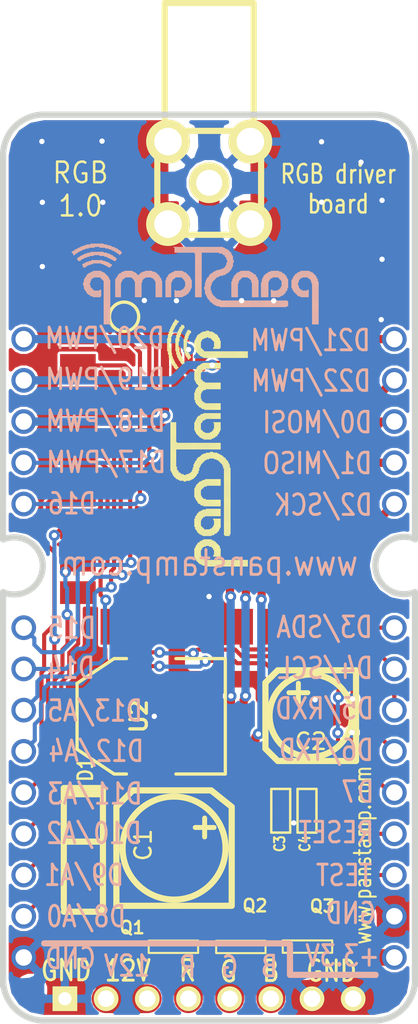
<source format=kicad_pcb>
(kicad_pcb (version 4) (host pcbnew 0.201507290901+6012~27~ubuntu14.04.1-product)
  (title_block (title "USB carrier board for panStamp, aka panStick") (date "25 Feb 2015") (rev 4.0) (company panStamp))
  (layers (0 Front signal) (1 Ground power) (2 Power power) (31 Back signal) (34 B.Paste user) (35 F.Paste user) (36 B.SilkS user) (37 F.SilkS user) (38 B.Mask user) (39 F.Mask user) (44 Edge.Cuts user))
  (net 0 "")
  (net 1 +12V)
  (net 2 /BLUE_CH)
  (net 3 /BLUE_PWR)
  (net 4 /GREEN_PWR)
  (net 5 /RED_PWR)
  (net 6 /RESET)
  (net 7 GND)
  (net 8 VCC)
  (net 9 /D0)
  (net 10 /D1)
  (net 11 /D14)
  (net 12 /D15)
  (net 13 /D16)
  (net 14 /D17)
  (net 15 /D18)
  (net 16 /D2)
  (net 17 /TEST)
  (net 18 /D12)
  (net 19 /D11)
  (net 20 /D10)
  (net 21 /D9)
  (net 22 /D8)
  (net 23 /D19)
  (net 24 /D20)
  (net 25 /D21)
  (net 26 /D5)
  (net 27 /D6)
  (net 28 /D7)
  (net 29 /TOANT)
  (net 30 "Net-(C1-Pad1)")
  (net 31 /D13)
  (net 32 /D3)
  (net 33 /D4)
  (module SM0603S (layer Front) (at 134.03 114.17 270)
    (fp_text reference C3 (at 2.032 0.0635 270) (layer F.SilkS) (effects (font (size 0.635 0.508) (thickness 0.127))))
    (fp_text value 1u hide)
    (pad 2 smd rect (at 0.7493 0 270) (size 0.7874 0.762) (layers Front F.Paste F.Mask) (net 7 GND))
    (pad 1 smd rect (at -0.7493 0 270) (size 0.7874 0.762) (layers Front F.Paste F.Mask) (net 8 VCC))
  )
  (module SM0603S (layer Front) (at 135.65 114.17 270)
    (fp_text reference C4 (at 2.032 0.127 270) (layer F.SilkS) (effects (font (size 0.635 0.508) (thickness 0.127))))
    (fp_text value 100n hide)
    (pad 2 smd rect (at 0.7493 0 270) (size 0.7874 0.762) (layers Front F.Paste F.Mask) (net 7 GND))
    (pad 1 smd rect (at -0.7493 0 270) (size 0.7874 0.762) (layers Front F.Paste F.Mask) (net 8 VCC))
  )
  (module SOT223 (layer Front) (at 126.04 108.35 90)
    (fp_text reference U2 (at 0 -0.762 90) (layer F.SilkS) (effects (font (size 1.016 1.016) (thickness 0.2032))))
    (fp_text value UA78M33 hide)
    (pad 4 smd rect (at 0 -3.302 90) (size 3.6576 2.032) (layers Front F.Paste F.Mask) (net 7 GND))
    (pad 2 smd rect (at 0 3.302 90) (size 1.016 2.032) (layers Front F.Paste F.Mask) (net 7 GND))
    (pad 3 smd rect (at 2.286 3.302 90) (size 1.016 2.032) (layers Front F.Paste F.Mask) (net 8 VCC))
    (pad 1 smd rect (at -2.286 3.302 90) (size 1.016 2.032) (layers Front F.Paste F.Mask) (net 30 "Net-(C1-Pad1)"))
  )
  (module SOT23GDS (layer Front) (at 127.41 122.55)
    (fp_text reference Q1 (at -2.54 -1.18 180) (layer F.SilkS) (effects (font (size 0.762 0.762) (thickness 0.1524))))
    (fp_text value MOS_N hide)
    (pad S smd rect (at -0.889 -1.016) (size 0.9144 0.9144) (layers Front F.Paste F.Mask) (net 7 GND))
    (pad G smd rect (at 0.889 -1.016) (size 0.9144 0.9144) (layers Front F.Paste F.Mask) (net 24 /D20))
    (pad D smd rect (at 0 1.016) (size 0.9144 0.9144) (layers Front F.Paste F.Mask) (net 5 /RED_PWR))
  )
  (module SOT23GDS (layer Front) (at 131.57 122.56)
    (fp_text reference Q2 (at 0.87 -2.54 180) (layer F.SilkS) (effects (font (size 0.762 0.762) (thickness 0.1524))))
    (fp_text value MOS_N hide)
    (pad S smd rect (at -0.889 -1.016) (size 0.9144 0.9144) (layers Front F.Paste F.Mask) (net 7 GND))
    (pad G smd rect (at 0.889 -1.016) (size 0.9144 0.9144) (layers Front F.Paste F.Mask) (net 25 /D21))
    (pad D smd rect (at 0 1.016) (size 0.9144 0.9144) (layers Front F.Paste F.Mask) (net 4 /GREEN_PWR))
  )
  (module SOT23GDS (layer Front) (at 135.68 122.54)
    (fp_text reference Q3 (at 0.91 -2.49 180) (layer F.SilkS) (effects (font (size 0.762 0.762) (thickness 0.1524))))
    (fp_text value MOS_N hide)
    (pad S smd rect (at -0.889 -1.016) (size 0.9144 0.9144) (layers Front F.Paste F.Mask) (net 7 GND))
    (pad G smd rect (at 0.889 -1.016) (size 0.9144 0.9144) (layers Front F.Paste F.Mask) (net 2 /BLUE_CH))
    (pad D smd rect (at 0 1.016) (size 0.9144 0.9144) (layers Front F.Paste F.Mask) (net 3 /BLUE_PWR))
  )
  (module SMA (layer Front) (at 121.92 116.58 90)
    (fp_text reference D1 (at 4.953 0.0635 90) (layer F.SilkS) (effects (font (size 0.889 0.762) (thickness 0.1524))))
    (fp_text value DIODESCH hide)
    (pad 1 smd rect (at -1.99898 0 90) (size 2.50952 1.70942) (layers Front F.Paste F.Mask) (net 1 +12V))
    (pad 2 smd rect (at 1.99898 0 90) (size 2.50952 1.70942) (layers Front F.Paste F.Mask) (net 30 "Net-(C1-Pad1)"))
  )
  (module SMDCPOL_5 (layer Front) (at 135.88 108.31)
    (fp_text reference C2 (at 0 1.5875) (layer F.SilkS) (effects (font (size 1.016 1.016) (thickness 0.1524))))
    (fp_text value 22u hide)
    (fp_text user + (at -0.762 -1.524) (layer F.SilkS) (effects (font (thickness 0.3048))))
    (pad 1 smd rect (at -1.778 0) (size 2.49936 1.00076) (layers Front F.Paste F.Mask) (net 8 VCC))
    (pad 2 smd rect (at 1.778 0) (size 2.49936 1.00076) (layers Front F.Paste F.Mask) (net 7 GND))
  )
  (module SMDCPOL_6.3 (layer Front) (at 127.45 116.47 270)
    (fp_text reference C1 (at -0.1905 1.905 270) (layer F.SilkS) (effects (font (size 1.016 1.016) (thickness 0.1524))))
    (fp_text value 47u hide)
    (fp_text user + (at -1.27 -1.778 270) (layer F.SilkS) (effects (font (thickness 0.3048))))
    (pad 2 smd rect (at 2.286 0 270) (size 2.79908 1.00076) (layers Front F.Paste F.Mask) (net 7 GND))
    (pad 1 smd rect (at -2.286 0 270) (size 2.79908 1.00076) (layers Front F.Paste F.Mask) (net 30 "Net-(C1-Pad1)"))
  )
  (module myconnectors:PIN_ARRAY_8X1 (layer Front) (at 129.60784 125.75002)
    (fp_text reference P3 hide)
    (fp_text value CONN_8 hide)
    (pad 1 thru_hole rect (at -8.89 0) (size 1.524 1.524) (drill 0.8128) (layers *.Cu *.Mask F.SilkS) (net 7 GND))
    (pad 2 thru_hole circle (at -6.35 0) (size 1.524 1.524) (drill 1.016) (layers *.Cu *.Mask F.SilkS) (net 1 +12V))
    (pad 3 thru_hole circle (at -3.81 0) (size 1.524 1.524) (drill 1.016) (layers *.Cu *.Mask F.SilkS) (net 1 +12V))
    (pad 4 thru_hole circle (at -1.27 0) (size 1.524 1.524) (drill 1.016) (layers *.Cu *.Mask F.SilkS) (net 5 /RED_PWR))
    (pad 5 thru_hole circle (at 1.27 0) (size 1.524 1.524) (drill 1.016) (layers *.Cu *.Mask F.SilkS) (net 4 /GREEN_PWR))
    (pad 6 thru_hole circle (at 3.81 0) (size 1.524 1.524) (drill 1.016) (layers *.Cu *.Mask F.SilkS) (net 3 /BLUE_PWR))
    (pad 7 thru_hole circle (at 6.35 0) (size 1.524 1.524) (drill 1.016) (layers *.Cu *.Mask F.SilkS) (net 7 GND))
    (pad 8 thru_hole circle (at 8.89 0) (size 1.524 1.524) (drill 1.016) (layers *.Cu *.Mask F.SilkS) (net 7 GND))
  )
  (module mysmd:PANSTAMP_2 (layer Front) (at 129.61772 91.73046)
    (fp_text reference PS1 hide)
    (fp_text value PANSTAMP_NRG2 hide)
    (pad 1 smd rect (at -8.1 -9) (size 2.2 1.4) (layers Front F.Paste F.Mask) (net 14 /D17))
    (pad 2 smd rect (at -8.1 -7) (size 2.2 1.4) (layers Front F.Paste F.Mask) (net 13 /D16))
    (pad 3 smd rect (at -8.1 -5) (size 2.2 1.4) (layers Front F.Paste F.Mask) (net 12 /D15))
    (pad 4 smd rect (at -8.1 -3) (size 2.2 1.4) (layers Front F.Paste F.Mask) (net 11 /D14))
    (pad 5 smd rect (at -8.1 -1) (size 2.2 1.4) (layers Front F.Paste F.Mask) (net 31 /D13))
    (pad 6 smd rect (at -8.1 1) (size 2.2 1.4) (layers Front F.Paste F.Mask) (net 18 /D12))
    (pad 7 smd rect (at -8.1 3) (size 2.2 1.4) (layers Front F.Paste F.Mask) (net 19 /D11))
    (pad 8 smd rect (at -8.1 5) (size 2.2 1.4) (layers Front F.Paste F.Mask) (net 20 /D10))
    (pad 9 smd rect (at -8.1 7) (size 2.2 1.4) (layers Front F.Paste F.Mask) (net 21 /D9))
    (pad 10 smd rect (at -8.1 9) (size 2.2 1.4) (layers Front F.Paste F.Mask) (net 22 /D8))
    (pad 11 smd rect (at -6 11.1 90) (size 2.2 1.4) (layers Front F.Paste F.Mask) (net 17 /TEST))
    (pad 12 smd rect (at -4 11.1 90) (size 2.2 1.4) (layers Front F.Paste F.Mask) (net 6 /RESET))
    (pad 13 smd rect (at -2 11.1 90) (size 2.2 1.4) (layers Front F.Paste F.Mask) (net 8 VCC))
    (pad 14 smd rect (at 0 11.1 90) (size 2.2 1.4) (layers Front F.Paste F.Mask) (net 7 GND))
    (pad 15 smd rect (at 2 11.1 90) (size 2.2 1.4) (layers Front F.Paste F.Mask) (net 28 /D7))
    (pad 16 smd rect (at 4 11.1 90) (size 2.2 1.4) (layers Front F.Paste F.Mask) (net 27 /D6))
    (pad 17 smd rect (at 6 11.1 90) (size 2.2 1.4) (layers Front F.Paste F.Mask) (net 26 /D5))
    (pad 18 smd rect (at 8.1 9) (size 2.2 1.4) (layers Front F.Paste F.Mask) (net 33 /D4))
    (pad 19 smd rect (at 8.1 7) (size 2.2 1.4) (layers Front F.Paste F.Mask) (net 32 /D3))
    (pad 20 smd rect (at 8.1 5) (size 2.2 1.4) (layers Front F.Paste F.Mask) (net 16 /D2))
    (pad 21 smd rect (at 8.1 3) (size 2.2 1.4) (layers Front F.Paste F.Mask) (net 10 /D1))
    (pad 22 smd rect (at 8.1 1) (size 2.2 1.4) (layers Front F.Paste F.Mask) (net 9 /D0))
    (pad 23 smd rect (at 8.1 -1) (size 2.2 1.4) (layers Front F.Paste F.Mask) (net 2 /BLUE_CH))
    (pad 24 smd rect (at 8.1 -3) (size 2.2 1.4) (layers Front F.Paste F.Mask) (net 25 /D21))
    (pad 25 smd rect (at 8.1 -5) (size 2.2 1.4) (layers Front F.Paste F.Mask) (net 24 /D20))
    (pad 26 smd rect (at 8.1 -7) (size 2.2 1.4) (layers Front F.Paste F.Mask) (net 23 /D19))
    (pad 27 smd rect (at 8.1 -9) (size 2.2 1.4) (layers Front F.Paste F.Mask) (net 15 /D18))
    (pad 28 smd rect (at 6 -11.1 90) (size 2.2 1.4) (layers Front F.Paste F.Mask) (net 7 GND))
    (pad 29 smd rect (at 4 -11.1 90) (size 2.2 1.4) (layers Front F.Paste F.Mask) (net 7 GND))
    (pad 30 smd rect (at 2 -11.1 90) (size 2.2 1.4) (layers Front F.Paste F.Mask) (net 7 GND))
    (pad 31 smd rect (at 0 -11.1 90) (size 2.2 1.4) (layers Front F.Paste F.Mask) (net 29 /TOANT))
    (pad 32 smd rect (at -2 -11.1 90) (size 2.2 1.4) (layers Front F.Paste F.Mask) (net 7 GND))
    (pad 33 smd rect (at -4 -11.1 90) (size 2.2 1.4) (layers Front F.Paste F.Mask) (net 7 GND))
    (pad 34 smd rect (at -6 -11.1 90) (size 2.2 1.4) (layers Front F.Paste F.Mask) (net 7 GND))
  )
  (module myconnectors:pin_array_1x14 (layer Front) (at 118.17772 106.90008 270)
    (fp_text reference P1 hide)
    (fp_text value CONN_01X14 hide)
    (pad 1 thru_hole circle (at -21.79 0 270) (size 1.524 1.524) (drill 1.016) (layers *.Cu *.Mask) (net 24 /D20))
    (pad 2 thru_hole circle (at -19.25 0 270) (size 1.524 1.524) (drill 1.016) (layers *.Cu *.Mask) (net 23 /D19))
    (pad 3 thru_hole circle (at -16.71 0 270) (size 1.524 1.524) (drill 1.016) (layers *.Cu *.Mask) (net 15 /D18))
    (pad 4 thru_hole circle (at -14.17 0 270) (size 1.524 1.524) (drill 1.016) (layers *.Cu *.Mask) (net 14 /D17))
    (pad 5 thru_hole circle (at -11.63 0 270) (size 1.524 1.524) (drill 1.016) (layers *.Cu *.Mask) (net 13 /D16))
    (pad 6 thru_hole circle (at -4.01 0 270) (size 1.524 1.524) (drill 1.016) (layers *.Cu *.Mask) (net 12 /D15))
    (pad 7 thru_hole circle (at -1.47 0 270) (size 1.524 1.524) (drill 1.016) (layers *.Cu *.Mask) (net 11 /D14))
    (pad 8 thru_hole circle (at 1.07 0 270) (size 1.524 1.524) (drill 1.016) (layers *.Cu *.Mask) (net 31 /D13))
    (pad 9 thru_hole circle (at 3.61 0 270) (size 1.524 1.524) (drill 1.016) (layers *.Cu *.Mask) (net 18 /D12))
    (pad 10 thru_hole circle (at 6.15 0 270) (size 1.524 1.524) (drill 1.016) (layers *.Cu *.Mask) (net 19 /D11))
    (pad 11 thru_hole circle (at 8.69 0 270) (size 1.524 1.524) (drill 1.016) (layers *.Cu *.Mask) (net 20 /D10))
    (pad 12 thru_hole circle (at 11.23 0 270) (size 1.524 1.524) (drill 1.016) (layers *.Cu *.Mask) (net 21 /D9))
    (pad 13 thru_hole circle (at 13.77 0 270) (size 1.524 1.524) (drill 1.016) (layers *.Cu *.Mask) (net 22 /D8))
    (pad 14 thru_hole circle (at 16.31 0 270) (size 1.524 1.524) (drill 1.016) (layers *.Cu *.Mask) (net 7 GND))
  )
  (module myconnectors:pin_array_1x14 (layer Front) (at 141.03772 107.40046 270)
    (fp_text reference P2 hide)
    (fp_text value CONN_01X14 hide)
    (pad 1 thru_hole circle (at -22.29038 0 270) (size 1.524 1.524) (drill 1.016) (layers *.Cu *.Mask) (net 25 /D21))
    (pad 2 thru_hole circle (at -19.75038 0 270) (size 1.524 1.524) (drill 1.016) (layers *.Cu *.Mask) (net 2 /BLUE_CH))
    (pad 3 thru_hole circle (at -17.21038 0 270) (size 1.524 1.524) (drill 1.016) (layers *.Cu *.Mask) (net 9 /D0))
    (pad 4 thru_hole circle (at -14.67038 0 270) (size 1.524 1.524) (drill 1.016) (layers *.Cu *.Mask) (net 10 /D1))
    (pad 5 thru_hole circle (at -12.13038 0 270) (size 1.524 1.524) (drill 1.016) (layers *.Cu *.Mask) (net 16 /D2))
    (pad 6 thru_hole circle (at -4.51038 0 270) (size 1.524 1.524) (drill 1.016) (layers *.Cu *.Mask) (net 32 /D3))
    (pad 7 thru_hole circle (at -1.97038 0 270) (size 1.524 1.524) (drill 1.016) (layers *.Cu *.Mask) (net 33 /D4))
    (pad 8 thru_hole circle (at 0.56962 0 270) (size 1.524 1.524) (drill 1.016) (layers *.Cu *.Mask) (net 26 /D5))
    (pad 9 thru_hole circle (at 3.10962 0 270) (size 1.524 1.524) (drill 1.016) (layers *.Cu *.Mask) (net 27 /D6))
    (pad 10 thru_hole circle (at 5.64962 0 270) (size 1.524 1.524) (drill 1.016) (layers *.Cu *.Mask) (net 28 /D7))
    (pad 11 thru_hole circle (at 8.18962 0 270) (size 1.524 1.524) (drill 1.016) (layers *.Cu *.Mask) (net 6 /RESET))
    (pad 12 thru_hole circle (at 10.72962 0 270) (size 1.524 1.524) (drill 1.016) (layers *.Cu *.Mask) (net 17 /TEST))
    (pad 13 thru_hole circle (at 13.26962 0 270) (size 1.524 1.524) (drill 1.016) (layers *.Cu *.Mask) (net 7 GND))
    (pad 14 thru_hole circle (at 15.80962 0 270) (size 1.524 1.524) (drill 1.016) (layers *.Cu *.Mask) (net 8 VCC))
  )
  (module old_mymods:PANSTAMPLOGO (layer Front) (at 126.71772 99.12046 90)
    (fp_text reference G*** hide)
    (fp_text value PANSTAMPLOGO hide)
  )
  (module old_mymods:PANSTAMPLOGO (layer Back) (at 136.36772 78.92046 180)
    (fp_text reference G*** hide)
    (fp_text value PANSTAMPLOGO hide)
  )
  (module myconnectors:SMA_RightAngle_Tyco (layer Front) (at 129.61772 75.48046)
    (fp_text reference ANT1 hide)
    (fp_text value ANTENNA hide)
    (pad 1 thru_hole circle (at 0 0) (size 2.49936 2.49936) (drill 1.6002) (layers *.Cu *.Mask F.SilkS) (net 29 /TOANT))
    (pad 2 thru_hole circle (at 2.54 -2.54) (size 2.70002 2.70002) (drill 1.69926) (layers *.Cu *.Mask F.SilkS) (net 7 GND))
    (pad 2 thru_hole circle (at -2.54 -2.54) (size 2.70002 2.70002) (drill 1.69926) (layers *.Cu *.Mask F.SilkS) (net 7 GND))
    (pad 2 thru_hole circle (at -2.54 2.54) (size 2.70002 2.70002) (drill 1.69926) (layers *.Cu *.Mask F.SilkS) (net 7 GND))
    (pad 2 thru_hole circle (at 2.54 2.54) (size 2.70002 2.70002) (drill 1.69926) (layers *.Cu *.Mask F.SilkS) (net 7 GND))
  )
  (module mymods:fiducial (layer Front) (at 118.63 125.21)
    (fp_text reference fiducial hide)
    (fp_text value VAL** hide)
    (pad 1 smd circle (at 0 0) (size 1 1) (layers Front F.Mask) (clearance 0.5))
  )
  (module mymods:fiducial (layer Front) (at 140.43 73.085)
    (fp_text reference fiducial hide)
    (fp_text value VAL** hide)
    (pad 1 smd circle (at 0 0) (size 1 1) (layers Front F.Mask) (clearance 0.5))
  )
  (gr_text GND (at 137.16 124.05) (layer F.SilkS) (effects (font (size 1.27 1.016) (thickness 0.1778))))
  (gr_text GND (at 120.8 124.01) (layer F.SilkS) (effects (font (size 1.27 1.016) (thickness 0.1778))))
  (gr_text B (at 133.42 124.05) (layer F.SilkS) (effects (font (size 1.27 1.016) (thickness 0.1778))))
  (gr_text G (at 130.8 124.09) (layer F.SilkS) (effects (font (size 1.27 1.016) (thickness 0.1778))))
  (gr_text R (at 128.28 124.03) (layer F.SilkS) (effects (font (size 1.27 1.016) (thickness 0.1778))))
  (gr_text 12V (at 124.6 124.03) (layer F.SilkS) (effects (font (size 1.27 1.016) (thickness 0.1778))))
  (gr_line (start 139.88 124.28) (end 139.88 124.29) (angle 90) (layer B.SilkS) (width 0.381))
  (gr_line (start 134.6 124.28) (end 139.88 124.28) (angle 90) (layer B.SilkS) (width 0.381))
  (gr_line (start 134.6 122.38) (end 134.6 124.28) (angle 90) (layer B.SilkS) (width 0.381))
  (gr_line (start 119.44 122.34) (end 134.57 122.34) (angle 90) (layer B.SilkS) (width 0.381))
  (gr_text GND (at 121.06 123.27) (layer B.SilkS) (effects (font (size 1.27 1.016) (thickness 0.1778)) (justify mirror)))
  (gr_text B (at 133.32 123.76) (layer B.SilkS) (effects (font (size 1.27 1.016) (thickness 0.1778)) (justify mirror)))
  (gr_text 12V (at 124.54 123.73) (layer B.SilkS) (effects (font (size 1.27 1.016) (thickness 0.1778)) (justify mirror)))
  (gr_text G (at 130.88 123.79) (layer B.SilkS) (effects (font (size 1.27 1.016) (thickness 0.1778)) (justify mirror)))
  (gr_text R (at 128.28 123.79) (layer B.SilkS) (effects (font (size 1.27 1.016) (thickness 0.1778)) (justify mirror)))
  (gr_line (start 142.30784 73.77654) (end 142.3053 73.77654) (angle 90) (layer Edge.Cuts) (width 0.381))
  (gr_line (start 142.30784 76.31654) (end 142.30784 73.77654) (angle 90) (layer Edge.Cuts) (width 0.381))
  (gr_line (start 116.90784 73.78924) (end 116.9053 73.78924) (angle 90) (layer Edge.Cuts) (width 0.381))
  (gr_line (start 116.90784 76.3267) (end 116.90784 73.78924) (angle 90) (layer Edge.Cuts) (width 0.381))
  (gr_arc (start 141.6322 99.05716) (end 142.31292 100.68784) (angle 225.5) (layer Edge.Cuts) (width 0.381))
  (gr_arc (start 117.59364 99.08256) (end 116.90784 97.46204) (angle 225) (layer Edge.Cuts) (width 0.381))
  (gr_line (start 116.90784 100.69038) (end 116.91038 100.69038) (angle 90) (layer Edge.Cuts) (width 0.381))
  (gr_line (start 116.90784 102.89256) (end 116.90784 100.69038) (angle 90) (layer Edge.Cuts) (width 0.381))
  (gr_line (start 116.90784 95.2243) (end 116.90784 97.46204) (angle 90) (layer Edge.Cuts) (width 0.381))
  (gr_line (start 142.30784 100.698) (end 142.3053 100.698) (angle 90) (layer Edge.Cuts) (width 0.381))
  (gr_line (start 142.30784 102.8189) (end 142.30784 100.698) (angle 90) (layer Edge.Cuts) (width 0.381))
  (gr_line (start 142.30784 97.4595) (end 142.30276 97.4595) (angle 90) (layer Edge.Cuts) (width 0.381))
  (gr_line (start 142.30784 95.34114) (end 142.30784 97.4595) (angle 90) (layer Edge.Cuts) (width 0.381))
  (gr_text D18/PWM (at 123.22772 90.16008) (layer B.SilkS) (effects (font (size 1.27 1.016) (thickness 0.1778)) (justify mirror)))
  (gr_line (start 116.90772 103.36008) (end 116.90772 102.87008) (angle 90) (layer Edge.Cuts) (width 0.381))
  (gr_line (start 116.90772 94.79008) (end 116.90772 95.31008) (angle 90) (layer Edge.Cuts) (width 0.381))
  (gr_line (start 142.30772 94.86008) (end 142.30772 95.33008) (angle 90) (layer Edge.Cuts) (width 0.381))
  (gr_line (start 142.30772 103.39008) (end 142.30772 102.81008) (angle 90) (layer Edge.Cuts) (width 0.381))
  (gr_line (start 142.30772 83.95008) (end 142.30772 94.84008) (angle 90) (layer Edge.Cuts) (width 0.381))
  (gr_line (start 142.30772 103.80008) (end 142.30772 103.40008) (angle 90) (layer Edge.Cuts) (width 0.381))
  (gr_line (start 116.90772 83.97008) (end 116.90772 94.82008) (angle 90) (layer Edge.Cuts) (width 0.381))
  (gr_line (start 116.90772 103.85008) (end 116.90772 103.37008) (angle 90) (layer Edge.Cuts) (width 0.381))
  (gr_line (start 142.30772 124.51008) (end 142.30772 103.82008) (angle 90) (layer Edge.Cuts) (width 0.381))
  (gr_line (start 116.90772 103.88008) (end 116.90772 124.98008) (angle 90) (layer Edge.Cuts) (width 0.381))
  (gr_text "RGB\n1.0" (at 121.68 75.885) (layer F.SilkS) (effects (font (size 1.27 1.143) (thickness 0.1524))))
  (gr_text "RGB driver\nboard" (at 137.58 75.86) (layer F.SilkS) (effects (font (size 1.143 0.889) (thickness 0.1524))))
  (gr_line (start 142.30772 76.31008) (end 142.30772 76.85008) (angle 90) (layer Edge.Cuts) (width 0.381))
  (gr_line (start 116.90772 76.31008) (end 116.90772 76.80008) (angle 90) (layer Edge.Cuts) (width 0.381))
  (gr_line (start 116.90772 124.62008) (end 116.90772 124.94008) (angle 90) (layer Edge.Cuts) (width 0.381))
  (gr_line (start 142.30772 124.94008) (end 142.29772 124.94008) (angle 90) (layer Edge.Cuts) (width 0.381))
  (gr_line (start 142.30772 124.53008) (end 142.30772 124.94008) (angle 90) (layer Edge.Cuts) (width 0.381))
  (gr_text D10/A2 (at 122.50772 115.56008) (layer B.SilkS) (effects (font (size 1.27 1.016) (thickness 0.1778)) (justify mirror)))
  (gr_text D21/PWM (at 135.86772 85.19008) (layer B.SilkS) (effects (font (size 1.27 1.016) (thickness 0.1778)) (justify mirror)))
  (gr_line (start 116.90772 83.95008) (end 116.90772 76.79008) (angle 90) (layer Edge.Cuts) (width 0.381))
  (gr_line (start 142.30772 83.95008) (end 142.30772 76.81008) (angle 90) (layer Edge.Cuts) (width 0.381))
  (gr_text www.panstamp.com (at 139.09 116.9 90) (layer F.SilkS) (effects (font (size 1.016 0.762) (thickness 0.127))))
  (gr_line (start 119.43772 71.28008) (end 139.79772 71.28008) (angle 90) (layer Edge.Cuts) (width 0.381))
  (gr_arc (start 139.81772 73.76538) (end 139.81772 71.27538) (angle 90) (layer Edge.Cuts) (width 0.381))
  (gr_arc (start 119.40772 73.77538) (end 116.90772 73.77538) (angle 90) (layer Edge.Cuts) (width 0.381))
  (gr_line (start 139.80772 127.09008) (end 119.39772 127.09008) (angle 90) (layer Edge.Cuts) (width 0.381))
  (gr_arc (start 139.81026 124.5929) (end 142.31026 124.5929) (angle 90) (layer Edge.Cuts) (width 0.381))
  (gr_arc (start 119.40772 124.5929) (end 119.40772 127.0929) (angle 90) (layer Edge.Cuts) (width 0.381))
  (gr_text D2/SCK (at 136.64772 95.33008) (layer B.SilkS) (effects (font (size 1.27 1.016) (thickness 0.1778)) (justify mirror)))
  (gr_text GND (at 138.34772 120.49008) (layer B.SilkS) (effects (font (size 1.27 1.016) (thickness 0.1778)) (justify mirror)))
  (gr_text D7 (at 138.77772 113.01008) (layer B.SilkS) (effects (font (size 1.27 1.016) (thickness 0.1778)) (justify mirror)))
  (gr_text D6/TXD (at 136.83772 110.44008) (layer B.SilkS) (effects (font (size 1.27 1.016) (thickness 0.1778)) (justify mirror)))
  (gr_text RESET (at 137.45772 115.51008) (layer B.SilkS) (effects (font (size 1.27 1.016) (thickness 0.1778)) (justify mirror)))
  (gr_text D5/RXD (at 136.72772 107.88008) (layer B.SilkS) (effects (font (size 1.27 1.016) (thickness 0.1778)) (justify mirror)))
  (gr_text D22/PWM (at 135.89772 87.69008) (layer B.SilkS) (effects (font (size 1.27 1.016) (thickness 0.1778)) (justify mirror)))
  (gr_text D3/SDA (at 136.72772 102.86008) (layer B.SilkS) (effects (font (size 1.27 1.016) (thickness 0.1778)) (justify mirror)))
  (gr_text D4/SCL (at 136.77772 105.39008) (layer B.SilkS) (effects (font (size 1.27 1.016) (thickness 0.1778)) (justify mirror)))
  (gr_text D1/MISO (at 136.28772 92.77008) (layer B.SilkS) (effects (font (size 1.27 1.016) (thickness 0.1778)) (justify mirror)))
  (gr_text D0/MOSI (at 136.28772 90.25008) (layer B.SilkS) (effects (font (size 1.27 1.016) (thickness 0.1778)) (justify mirror)))
  (gr_text D16 (at 121.14772 95.25008) (layer B.SilkS) (effects (font (size 1.27 1.016) (thickness 0.1778)) (justify mirror)))
  (gr_text D15 (at 121.14772 102.92008) (layer B.SilkS) (effects (font (size 1.27 1.016) (thickness 0.1778)) (justify mirror)))
  (gr_text D12/A4 (at 122.64772 110.50008) (layer B.SilkS) (effects (font (size 1.27 1.016) (thickness 0.1778)) (justify mirror)))
  (gr_text D13/A5 (at 122.56772 108.02008) (layer B.SilkS) (effects (font (size 1.27 1.016) (thickness 0.1778)) (justify mirror)))
  (gr_text D19/PWM (at 123.20772 87.58008) (layer B.SilkS) (effects (font (size 1.27 1.016) (thickness 0.1778)) (justify mirror)))
  (gr_text D14 (at 121.07772 105.38008) (layer B.SilkS) (effects (font (size 1.27 1.016) (thickness 0.1778)) (justify mirror)))
  (gr_text D17/PWM (at 123.26772 92.70008) (layer B.SilkS) (effects (font (size 1.27 1.016) (thickness 0.1778)) (justify mirror)))
  (gr_text D11/A3 (at 122.55772 113.13008) (layer B.SilkS) (effects (font (size 1.27 1.016) (thickness 0.1778)) (justify mirror)))
  (gr_text D8/A0 (at 122.02772 120.69008) (layer B.SilkS) (effects (font (size 1.27 1.016) (thickness 0.1778)) (justify mirror)))
  (gr_text D9/A1 (at 121.89772 118.14008) (layer B.SilkS) (effects (font (size 1.27 1.016) (thickness 0.1778)) (justify mirror)))
  (gr_text D20/PWM (at 123.17772 85.06008) (layer B.SilkS) (effects (font (size 1.27 1.016) (thickness 0.1778)) (justify mirror)))
  (gr_text TEST (at 137.93772 118.15008) (layer B.SilkS) (effects (font (size 1.27 1.016) (thickness 0.1778)) (justify mirror)))
  (gr_text +3.3V (at 137.83772 123.11008) (layer B.SilkS) (effects (font (size 1.27 1.016) (thickness 0.1778)) (justify mirror)))
  (gr_text www.panstamp.com (at 129.63 98.91) (layer B.SilkS) (effects (font (size 1.524 1.27) (thickness 0.1778)) (justify mirror)))
  (segment (start 121.92 118.57898) (end 121.92 118.89) (width 1.27) (layer Front) (net 1))
  (segment (start 121.92 118.89) (end 123.25784 120.22784) (width 1.27) (layer Front) (net 1))
  (segment (start 123.25784 120.22784) (end 123.25784 125.75002) (width 1.27) (layer Front) (net 1))
  (segment (start 125.79784 125.75002) (end 123.25784 125.75002) (width 1.778) (layer Front) (net 1))
  (segment (start 132.47 109.99) (end 132.47 109.62) (width 0.508) (layer Front) (net 2))
  (segment (start 132.84 109.25) (end 132.84 107.21) (width 0.508) (layer Back) (net 2))
  (segment (start 132.65 109.44) (end 132.84 109.25) (width 0.508) (layer Back) (net 2))
  (via (at 132.65 109.44) (size 0.6858) (drill 0.3302) (layers Front Back) (net 2))
  (segment (start 132.47 109.62) (end 132.65 109.44) (width 0.508) (layer Front) (net 2))
  (segment (start 136.569 121.524) (end 136.569 120.779) (width 0.508) (layer Front) (net 2))
  (segment (start 133.33954 90.73046) (end 137.71772 90.73046) (width 0.508) (layer Front) (net 2))
  (segment (start 132.84 107.21) (end 132.83 107.2) (width 0.508) (layer Back) (net 2))
  (segment (start 132.83 107.2) (end 132.83 101.16) (width 0.508) (layer Back) (net 2))
  (via (at 132.83 101.16) (size 0.6858) (drill 0.3302) (layers Front Back) (net 2))
  (segment (start 132.83 101.16) (end 132.85 101.14) (width 0.508) (layer Front) (net 2))
  (segment (start 132.85 101.14) (end 132.85 91.22) (width 0.508) (layer Front) (net 2))
  (segment (start 132.85 91.22) (end 133.33954 90.73046) (width 0.508) (layer Front) (net 2))
  (segment (start 132.47 119.69) (end 132.47 109.99) (width 0.508) (layer Front) (net 2))
  (segment (start 133.07 120.29) (end 132.47 119.69) (width 0.508) (layer Front) (net 2))
  (segment (start 136.08 120.29) (end 133.07 120.29) (width 0.508) (layer Front) (net 2))
  (segment (start 136.569 120.779) (end 136.08 120.29) (width 0.508) (layer Front) (net 2))
  (segment (start 137.71772 90.73046) (end 138.66606 90.73046) (width 0.508) (layer Front) (net 2))
  (segment (start 138.66606 90.73046) (end 139.29286 90.10366) (width 0.508) (layer Front) (net 2))
  (segment (start 139.29286 90.10366) (end 139.29286 89.3569) (width 0.508) (layer Front) (net 2))
  (segment (start 139.29286 89.3569) (end 140.99968 87.65008) (width 0.508) (layer Front) (net 2))
  (segment (start 140.99968 87.65008) (end 141.03772 87.65008) (width 0.508) (layer Front) (net 2))
  (segment (start 140.93772 87.85008) (end 141.03772 87.85008) (width 0.381) (layer Front) (net 2))
  (segment (start 140.91772 87.65008) (end 141.03772 87.65008) (width 0.508) (layer Front) (net 2))
  (segment (start 134.634 123.556) (end 135.68 123.556) (width 1.778) (layer Front) (net 3))
  (segment (start 133.41784 124.77216) (end 134.634 123.556) (width 1.778) (layer Front) (net 3))
  (segment (start 133.41784 125.75002) (end 133.41784 124.77216) (width 1.778) (layer Front) (net 3))
  (segment (start 130.87784 124.26816) (end 131.57 123.576) (width 1.778) (layer Front) (net 4))
  (segment (start 130.87784 125.75002) (end 130.87784 124.26816) (width 1.778) (layer Front) (net 4))
  (segment (start 127.41 123.566) (end 127.6 123.566) (width 1.778) (layer Front) (net 5))
  (segment (start 127.6 123.566) (end 127.61 123.556) (width 1.778) (layer Front) (net 5))
  (segment (start 127.61 123.556) (end 127.41 123.566) (width 1.778) (layer Front) (net 5))
  (segment (start 127.61 123.556) (end 127.61 123.59) (width 1.778) (layer Front) (net 5))
  (segment (start 127.61 123.59) (end 128.33784 124.31784) (width 1.778) (layer Front) (net 5))
  (segment (start 128.33784 124.31784) (end 128.33784 125.75002) (width 1.778) (layer Front) (net 5))
  (segment (start 138.39 112.05) (end 138.39 112.46) (width 0.254) (layer Front) (net 6))
  (segment (start 139.56008 115.59008) (end 141.03772 115.59008) (width 0.254) (layer Front) (net 6))
  (segment (start 139.25 115.28) (end 139.56008 115.59008) (width 0.254) (layer Front) (net 6))
  (segment (start 139.25 112.99) (end 139.25 115.28) (width 0.254) (layer Front) (net 6))
  (segment (start 138.97 112.71) (end 139.25 112.99) (width 0.254) (layer Front) (net 6))
  (segment (start 138.64 112.71) (end 138.97 112.71) (width 0.254) (layer Front) (net 6))
  (segment (start 138.39 112.46) (end 138.64 112.71) (width 0.254) (layer Front) (net 6))
  (segment (start 128.64 104.47) (end 128.67 104.47) (width 0.254) (layer Front) (net 6))
  (segment (start 131.22 104.24) (end 131.43 104.45) (width 0.254) (layer Front) (net 6))
  (segment (start 128.9 104.24) (end 131.22 104.24) (width 0.254) (layer Front) (net 6))
  (segment (start 128.67 104.47) (end 128.9 104.24) (width 0.254) (layer Front) (net 6))
  (segment (start 125.61772 102.83046) (end 125.61772 104.01772) (width 0.254) (layer Front) (net 6))
  (segment (start 138.39 109.38) (end 138.39 112.05) (width 0.254) (layer Front) (net 6))
  (segment (start 138.39 112.05) (end 138.39 112.08) (width 0.254) (layer Front) (net 6))
  (segment (start 131.43 104.45) (end 131.63 104.65) (width 0.254) (layer Front) (net 6))
  (segment (start 131.63 104.65) (end 133.28 104.65) (width 0.254) (layer Front) (net 6))
  (segment (start 133.28 104.65) (end 133.7 105.07) (width 0.254) (layer Front) (net 6))
  (segment (start 133.7 105.07) (end 137.93 105.07) (width 0.254) (layer Front) (net 6))
  (segment (start 137.93 105.07) (end 138.46 105.6) (width 0.254) (layer Front) (net 6))
  (segment (start 138.46 105.6) (end 138.46 107.28) (width 0.254) (layer Front) (net 6))
  (via (at 138.46 107.28) (size 0.6858) (drill 0.3302) (layers Front Back) (net 6))
  (segment (start 138.46 107.28) (end 138.42 107.32) (width 0.254) (layer Back) (net 6))
  (segment (start 138.42 107.32) (end 138.42 109.35) (width 0.254) (layer Back) (net 6))
  (via (at 138.42 109.35) (size 0.6858) (drill 0.3302) (layers Front Back) (net 6))
  (segment (start 138.42 109.35) (end 138.39 109.38) (width 0.254) (layer Front) (net 6))
  (via (at 128.64 104.47) (size 0.6858) (drill 0.3302) (layers Front Back) (net 6))
  (segment (start 126.62 104.47) (end 128.64 104.47) (width 0.254) (layer Back) (net 6))
  (segment (start 126.56 104.41) (end 126.62 104.47) (width 0.254) (layer Back) (net 6))
  (via (at 126.56 104.41) (size 0.6858) (drill 0.3302) (layers Front Back) (net 6))
  (segment (start 126.01 104.41) (end 126.56 104.41) (width 0.254) (layer Front) (net 6))
  (segment (start 125.61772 104.01772) (end 126.01 104.41) (width 0.254) (layer Front) (net 6))
  (segment (start 125.61772 103.69728) (end 125.61772 102.83046) (width 0.508) (layer Front) (net 6))
  (via (at 126.23 108.35) (size 0.6858) (drill 0.3302) (layers Front Back) (net 7))
  (segment (start 129.342 108.35) (end 126.23 108.35) (width 1.27) (layer Front) (net 7))
  (segment (start 126.23 108.35) (end 122.738 108.35) (width 1.27) (layer Front) (net 7))
  (segment (start 137.658 108.31) (end 137.13 108.31) (width 0.762) (layer Front) (net 7))
  (segment (start 137.13 108.31) (end 136.15 107.33) (width 0.762) (layer Front) (net 7))
  (via (at 136.15 107.33) (size 0.6858) (drill 0.3302) (layers Front Back) (net 7))
  (via (at 134.83 114.9193) (size 0.6858) (drill 0.3302) (layers Front Back) (net 7))
  (segment (start 134.83 114.9193) (end 134.83 114.93) (width 0.762) (layer Back) (net 7))
  (segment (start 134.03 114.9193) (end 134.83 114.9193) (width 0.762) (layer Front) (net 7))
  (segment (start 134.83 114.9193) (end 135.65 114.9193) (width 0.762) (layer Front) (net 7))
  (via (at 119.32772 80.64046) (size 0.6858) (layers Front Back) (net 7))
  (segment (start 119.32772 80.64046) (end 119.32772 76.68046) (width 0.508) (layer Front) (net 7))
  (segment (start 127.07772 72.94046) (end 123.03772 72.94046) (width 0.508) (layer Front) (net 7))
  (via (at 123.05772 76.68046) (size 0.6858) (layers Front Back) (net 7))
  (segment (start 119.32772 76.68046) (end 123.05772 76.68046) (width 0.508) (layer Back) (net 7))
  (via (at 119.32772 76.68046) (size 0.6858) (layers Front Back) (net 7))
  (segment (start 119.32772 72.96046) (end 119.32772 76.68046) (width 0.508) (layer Front) (net 7))
  (segment (start 119.29772 72.93046) (end 119.32772 72.96046) (width 0.508) (layer Front) (net 7))
  (via (at 119.29772 72.93046) (size 0.6858) (layers Front Back) (net 7))
  (segment (start 122.98772 72.93046) (end 119.29772 72.93046) (width 0.508) (layer Back) (net 7))
  (segment (start 123.00772 72.91046) (end 122.98772 72.93046) (width 0.508) (layer Back) (net 7))
  (via (at 123.00772 72.91046) (size 0.6858) (layers Front Back) (net 7))
  (segment (start 123.03772 72.94046) (end 123.00772 72.91046) (width 0.508) (layer Front) (net 7))
  (segment (start 140.27772 76.56046) (end 140.27772 80.19046) (width 0.508) (layer Front) (net 7))
  (via (at 140.22772 83.91046) (size 0.6858) (layers Front Back) (net 7))
  (segment (start 140.22772 80.24046) (end 140.22772 83.91046) (width 0.508) (layer Back) (net 7))
  (segment (start 140.27772 80.19046) (end 140.22772 80.24046) (width 0.508) (layer Back) (net 7))
  (via (at 140.27772 80.19046) (size 0.6858) (layers Front Back) (net 7))
  (segment (start 132.15772 72.94046) (end 136.53772 72.94046) (width 0.508) (layer Back) (net 7))
  (segment (start 136.54772 76.67046) (end 136.54772 76.71046) (width 0.508) (layer Back) (net 7))
  (via (at 136.54772 76.67046) (size 0.6858) (layers Front Back) (net 7))
  (segment (start 140.16772 76.67046) (end 136.54772 76.67046) (width 0.508) (layer Front) (net 7))
  (segment (start 140.27772 76.56046) (end 140.16772 76.67046) (width 0.508) (layer Front) (net 7))
  (via (at 140.27772 76.56046) (size 0.6858) (layers Front Back) (net 7))
  (segment (start 139.01 74.24) (end 140.27772 76.56046) (width 0.508) (layer Back) (net 7))
  (segment (start 138.98 74.21) (end 139.01 74.24) (width 0.508) (layer Back) (net 7))
  (via (at 138.98 74.21) (size 0.6858) (layers Front Back) (net 7))
  (segment (start 136.56772 72.97046) (end 138.98 74.21) (width 0.508) (layer Front) (net 7))
  (segment (start 136.54772 72.95046) (end 136.56772 72.97046) (width 0.508) (layer Front) (net 7))
  (via (at 136.54772 72.95046) (size 0.6858) (layers Front Back) (net 7))
  (segment (start 136.53772 72.94046) (end 136.54772 72.95046) (width 0.508) (layer Back) (net 7))
  (segment (start 135.61772 80.63046) (end 135.61772 81.65046) (width 0.762) (layer Front) (net 7))
  (segment (start 135.61772 81.65046) (end 134.51772 82.75046) (width 0.762) (layer Front) (net 7))
  (segment (start 134.51772 82.75046) (end 133.59772 82.75046) (width 0.762) (layer Front) (net 7))
  (segment (start 131.61772 80.63046) (end 131.61772 82.74046) (width 0.762) (layer Front) (net 7))
  (segment (start 133.61772 82.73046) (end 133.61772 80.63046) (width 0.762) (layer Front) (net 7))
  (segment (start 133.59772 82.75046) (end 133.61772 82.73046) (width 0.762) (layer Front) (net 7))
  (via (at 133.59772 82.75046) (size 0.6858) (layers Front Back) (net 7))
  (segment (start 131.62772 82.75046) (end 133.59772 82.75046) (width 0.762) (layer Back) (net 7))
  (segment (start 131.61772 82.74046) (end 131.62772 82.75046) (width 0.762) (layer Back) (net 7))
  (via (at 131.61772 82.74046) (size 0.6858) (layers Front Back) (net 7))
  (segment (start 125.61772 82.73046) (end 123.98772 82.73046) (width 0.762) (layer Front) (net 7))
  (segment (start 123.61772 82.36046) (end 123.61772 80.63046) (width 0.762) (layer Front) (net 7))
  (segment (start 123.98772 82.73046) (end 123.61772 82.36046) (width 0.762) (layer Front) (net 7))
  (segment (start 125.61772 80.63046) (end 125.61772 82.73046) (width 0.762) (layer Front) (net 7))
  (segment (start 127.61772 82.72046) (end 127.61772 80.63046) (width 0.762) (layer Front) (net 7))
  (segment (start 127.59772 82.74046) (end 127.61772 82.72046) (width 0.762) (layer Front) (net 7))
  (via (at 127.59772 82.74046) (size 0.6858) (layers Front Back) (net 7))
  (segment (start 125.62772 82.74046) (end 127.59772 82.74046) (width 0.762) (layer Back) (net 7))
  (segment (start 125.61772 82.73046) (end 125.62772 82.74046) (width 0.762) (layer Back) (net 7))
  (via (at 125.61772 82.73046) (size 0.6858) (layers Front Back) (net 7))
  (segment (start 129.8603 102.25304) (end 129.60772 102.00046) (width 0.3048) (layer Front) (net 7))
  (segment (start 129.61772 100.98046) (end 129.60772 100.97046) (width 0.762) (layer Front) (net 7))
  (via (at 129.60772 100.97046) (size 0.6858) (layers Front Back) (net 7))
  (segment (start 129.61772 102.83046) (end 129.61772 100.98046) (width 0.762) (layer Front) (net 7))
  (segment (start 135.65 113.4207) (end 136.4307 113.4207) (width 1.016) (layer Front) (net 8))
  (segment (start 138.67 119.93) (end 139.29 120.55) (width 1.016) (layer Front) (net 8))
  (segment (start 137.81 119.93) (end 138.67 119.93) (width 1.016) (layer Front) (net 8))
  (segment (start 137.18 119.3) (end 137.81 119.93) (width 1.016) (layer Front) (net 8))
  (segment (start 137.18 114.17) (end 137.18 119.3) (width 1.016) (layer Front) (net 8))
  (segment (start 136.4307 113.4207) (end 137.18 114.17) (width 1.016) (layer Front) (net 8))
  (segment (start 130.72 106.064) (end 132.524 106.064) (width 1.016) (layer Front) (net 8))
  (segment (start 132.99 107.198) (end 134.102 108.31) (width 1.016) (layer Front) (net 8))
  (segment (start 132.99 106.53) (end 132.99 107.198) (width 1.016) (layer Front) (net 8))
  (segment (start 132.524 106.064) (end 132.99 106.53) (width 1.016) (layer Front) (net 8))
  (segment (start 139.78008 123.21008) (end 141.03772 123.21008) (width 1.016) (layer Front) (net 8))
  (segment (start 139.29 122.72) (end 139.78008 123.21008) (width 1.016) (layer Front) (net 8))
  (segment (start 139.29 120.55) (end 139.29 122.72) (width 1.016) (layer Front) (net 8))
  (segment (start 129.342 106.064) (end 130.72 106.064) (width 1.016) (layer Front) (net 8))
  (segment (start 134.03 113.4207) (end 134.03 108.382) (width 1.016) (layer Front) (net 8))
  (segment (start 134.03 108.382) (end 134.102 108.31) (width 1.016) (layer Front) (net 8))
  (segment (start 134.03 113.4207) (end 135.65 113.4207) (width 1.016) (layer Front) (net 8))
  (segment (start 127.61772 102.83046) (end 127.61772 105.46772) (width 1.016) (layer Front) (net 8))
  (segment (start 128.214 106.064) (end 129.342 106.064) (width 1.016) (layer Front) (net 8))
  (segment (start 127.61772 105.46772) (end 128.214 106.064) (width 1.016) (layer Front) (net 8))
  (segment (start 137.71772 92.73046) (end 138.47962 92.73046) (width 0.508) (layer Front) (net 9))
  (segment (start 138.47962 92.73046) (end 139.29286 91.91722) (width 0.508) (layer Front) (net 9))
  (segment (start 139.29286 91.91722) (end 139.29286 91.1349) (width 0.508) (layer Front) (net 9))
  (segment (start 139.29286 91.1349) (end 140.23768 90.19008) (width 0.508) (layer Front) (net 9))
  (segment (start 140.23768 90.19008) (end 141.03772 90.19008) (width 0.508) (layer Front) (net 9))
  (segment (start 140.67772 90.39008) (end 141.03772 90.39008) (width 0.381) (layer Front) (net 9))
  (segment (start 137.71772 94.73046) (end 138.7326 94.73046) (width 0.508) (layer Front) (net 10))
  (segment (start 138.7326 94.73046) (end 139.38176 94.0813) (width 0.508) (layer Front) (net 10))
  (segment (start 139.38176 94.0813) (end 139.38176 93.08562) (width 0.508) (layer Front) (net 10))
  (segment (start 139.38176 93.08562) (end 139.7373 92.73008) (width 0.508) (layer Front) (net 10))
  (segment (start 139.7373 92.73008) (end 141.03772 92.73008) (width 0.508) (layer Front) (net 10))
  (segment (start 118.17772 105.43008) (end 120.76858 105.43008) (width 0.254) (layer Back) (net 11))
  (segment (start 120.76858 105.43008) (end 121.191318 105.007342) (width 0.254) (layer Back) (net 11))
  (segment (start 122.70772 99.75046) (end 122.61772 99.75046) (width 0.254) (layer Back) (net 11))
  (segment (start 122.61772 99.75046) (end 122.141318 100.226862) (width 0.254) (layer Back) (net 11))
  (segment (start 124.15772 97.43046) (end 124.15772 99.57046) (width 0.254) (layer Front) (net 11))
  (segment (start 121.47772 104.18046) (end 121.191318 104.466862) (width 0.254) (layer Back) (net 11))
  (segment (start 121.911318 104.18046) (end 121.47772 104.18046) (width 0.254) (layer Back) (net 11))
  (segment (start 122.141318 103.95046) (end 121.911318 104.18046) (width 0.254) (layer Back) (net 11))
  (segment (start 122.141318 100.226862) (end 122.141318 103.95046) (width 0.254) (layer Back) (net 11))
  (segment (start 124.13772 99.75046) (end 122.70772 99.75046) (width 0.254) (layer Back) (net 11))
  (segment (start 124.23772 99.65046) (end 124.13772 99.75046) (width 0.254) (layer Back) (net 11))
  (via (at 124.23772 99.65046) (size 0.6858) (layers Front Back) (net 11))
  (segment (start 124.15772 99.57046) (end 124.23772 99.65046) (width 0.254) (layer Front) (net 11))
  (segment (start 124.15772 89.18046) (end 124.15772 95.23046) (width 0.254) (layer Front) (net 11))
  (segment (start 121.191318 104.466862) (end 121.191318 105.007342) (width 0.254) (layer Back) (net 11))
  (segment (start 124.15772 95.23046) (end 124.15772 97.43046) (width 0.254) (layer Front) (net 11))
  (segment (start 123.70772 88.73046) (end 124.15772 89.18046) (width 0.254) (layer Front) (net 11))
  (segment (start 121.51772 88.73046) (end 123.70772 88.73046) (width 0.254) (layer Front) (net 11))
  (segment (start 118.83227 103.94501) (end 118.83227 103.54463) (width 0.254) (layer Back) (net 12))
  (segment (start 118.83227 103.54463) (end 118.17772 102.89008) (width 0.254) (layer Back) (net 12))
  (segment (start 118.27772 102.89008) (end 118.17772 102.89008) (width 0.254) (layer Back) (net 12))
  (segment (start 121.50772 103.39046) (end 120.49772 104.40046) (width 0.254) (layer Back) (net 12))
  (segment (start 120.49772 104.40046) (end 119.28772 104.40046) (width 0.254) (layer Back) (net 12))
  (segment (start 119.28772 104.40046) (end 118.83227 103.94501) (width 0.254) (layer Back) (net 12))
  (segment (start 121.89772 99.02046) (end 121.50772 99.41046) (width 0.254) (layer Back) (net 12))
  (segment (start 121.50772 99.41046) (end 121.50772 103.39046) (width 0.254) (layer Back) (net 12))
  (segment (start 124.74772 87.06046) (end 124.74772 94.65046) (width 0.254) (layer Front) (net 12))
  (segment (start 121.51772 86.73046) (end 124.41772 86.73046) (width 0.254) (layer Front) (net 12))
  (segment (start 124.41772 86.73046) (end 124.74772 87.06046) (width 0.254) (layer Front) (net 12))
  (segment (start 124.74772 98.82046) (end 124.79772 98.87046) (width 0.254) (layer Front) (net 12))
  (via (at 124.79772 98.87046) (size 0.6858) (layers Front Back) (net 12))
  (segment (start 124.79772 98.87046) (end 124.64772 99.02046) (width 0.254) (layer Back) (net 12))
  (segment (start 124.64772 99.02046) (end 121.89772 99.02046) (width 0.254) (layer Back) (net 12))
  (segment (start 124.74772 94.65046) (end 124.74772 98.82046) (width 0.254) (layer Front) (net 12))
  (segment (start 118.17772 95.27008) (end 125.05864 95.27008) (width 0.254) (layer Back) (net 13))
  (segment (start 125.36604 94.7798) (end 125.34772 94.7798) (width 0.254) (layer Front) (net 13))
  (segment (start 125.34772 94.79812) (end 125.36604 94.7798) (width 0.254) (layer Front) (net 13))
  (segment (start 125.34772 94.87324) (end 125.34772 94.79812) (width 0.254) (layer Front) (net 13))
  (segment (start 125.4016 94.92712) (end 125.34772 94.87324) (width 0.254) (layer Front) (net 13))
  (via (at 125.4016 94.92712) (size 0.6858) (layers Front Back) (net 13))
  (segment (start 125.05864 95.27008) (end 125.4016 94.92712) (width 0.254) (layer Back) (net 13))
  (segment (start 124.78772 85.37046) (end 125.34772 85.93046) (width 0.254) (layer Front) (net 13))
  (segment (start 125.34772 92.64046) (end 125.34772 92.66046) (width 0.254) (layer Front) (net 13))
  (segment (start 125.34772 85.93046) (end 125.34772 92.64046) (width 0.254) (layer Front) (net 13))
  (segment (start 125.34772 92.64046) (end 125.34772 94.7798) (width 0.254) (layer Front) (net 13))
  (segment (start 121.51772 84.73046) (end 122.95772 84.73046) (width 0.254) (layer Front) (net 13))
  (segment (start 122.95772 84.73046) (end 123.31772 85.09046) (width 0.254) (layer Front) (net 13))
  (segment (start 123.59772 85.37046) (end 124.78772 85.37046) (width 0.254) (layer Front) (net 13))
  (segment (start 123.31772 85.09046) (end 123.59772 85.37046) (width 0.254) (layer Front) (net 13))
  (segment (start 118.17772 92.73008) (end 125.6276 92.73008) (width 0.254) (layer Back) (net 14))
  (segment (start 125.92484 91.72418) (end 125.92772 91.72418) (width 0.254) (layer Front) (net 14))
  (segment (start 125.92772 91.72706) (end 125.92484 91.72418) (width 0.254) (layer Front) (net 14))
  (segment (start 125.92772 92.02424) (end 125.92772 91.72706) (width 0.254) (layer Front) (net 14))
  (segment (start 126.13058 92.2271) (end 125.92772 92.02424) (width 0.254) (layer Front) (net 14))
  (via (at 126.13058 92.2271) (size 0.6858) (layers Front Back) (net 14))
  (segment (start 125.6276 92.73008) (end 126.13058 92.2271) (width 0.254) (layer Back) (net 14))
  (segment (start 126.02772 90.50046) (end 125.92772 90.40046) (width 0.254) (layer Front) (net 14))
  (segment (start 125.92772 90.40046) (end 125.92772 89.94046) (width 0.254) (layer Front) (net 14))
  (segment (start 125.92772 89.81046) (end 125.92772 89.94046) (width 0.254) (layer Front) (net 14))
  (segment (start 125.92772 85.52046) (end 125.92772 89.81046) (width 0.254) (layer Front) (net 14))
  (segment (start 125.23772 84.83046) (end 125.92772 85.52046) (width 0.254) (layer Front) (net 14))
  (segment (start 124.10772 84.83046) (end 125.23772 84.83046) (width 0.254) (layer Front) (net 14))
  (segment (start 123.88772 84.61046) (end 124.10772 84.83046) (width 0.254) (layer Front) (net 14))
  (segment (start 123.88772 84.07046) (end 123.88772 84.61046) (width 0.254) (layer Front) (net 14))
  (segment (start 123.05772 83.24046) (end 123.88772 84.07046) (width 0.254) (layer Front) (net 14))
  (segment (start 125.92772 89.81046) (end 125.92772 91.72418) (width 0.254) (layer Front) (net 14))
  (segment (start 123.05772 82.98046) (end 123.05772 83.24046) (width 0.254) (layer Front) (net 14))
  (segment (start 122.80772 82.73046) (end 123.05772 82.98046) (width 0.254) (layer Front) (net 14))
  (segment (start 121.51772 82.73046) (end 122.80772 82.73046) (width 0.254) (layer Front) (net 14))
  (segment (start 118.17772 90.19008) (end 126.5181 90.19008) (width 0.508) (layer Back) (net 15))
  (segment (start 126.5181 90.19008) (end 126.88772 89.82046) (width 0.508) (layer Back) (net 15))
  (segment (start 126.89772 86.83046) (end 126.88772 86.83046) (width 0.508) (layer Front) (net 15))
  (segment (start 126.88772 86.83046) (end 126.89772 86.83046) (width 0.508) (layer Front) (net 15))
  (segment (start 126.89772 86.83046) (end 126.88772 86.83046) (width 0.508) (layer Front) (net 15))
  (segment (start 126.88772 84.71046) (end 126.88772 86.83046) (width 0.508) (layer Front) (net 15))
  (segment (start 129.36772 84.34046) (end 127.25772 84.34046) (width 0.508) (layer Front) (net 15))
  (segment (start 127.25772 84.34046) (end 126.88772 84.71046) (width 0.508) (layer Front) (net 15))
  (segment (start 129.36772 84.34046) (end 134.13772 84.34046) (width 0.508) (layer Front) (net 15))
  (segment (start 126.88772 86.83046) (end 126.88772 89.82046) (width 0.508) (layer Front) (net 15))
  (via (at 126.88772 89.82046) (size 0.6858) (layers Front Back) (net 15))
  (segment (start 134.93772 84.34046) (end 135.40772 83.87046) (width 0.508) (layer Front) (net 15))
  (segment (start 134.13772 84.34046) (end 134.57772 84.34046) (width 0.508) (layer Front) (net 15))
  (segment (start 135.90772 82.73046) (end 137.71772 82.73046) (width 0.508) (layer Front) (net 15))
  (segment (start 135.40772 83.23046) (end 135.90772 82.73046) (width 0.508) (layer Front) (net 15))
  (segment (start 135.40772 83.87046) (end 135.40772 83.23046) (width 0.508) (layer Front) (net 15))
  (segment (start 134.93772 84.34046) (end 135.40772 83.87046) (width 0.508) (layer Front) (net 15))
  (segment (start 134.57772 84.34046) (end 134.93772 84.34046) (width 0.508) (layer Front) (net 15))
  (segment (start 140.34182 95.96598) (end 141.03772 95.27008) (width 0.508) (layer Front) (net 16))
  (segment (start 139.2573 95.96598) (end 140.34182 95.96598) (width 0.508) (layer Front) (net 16))
  (segment (start 137.71772 96.73046) (end 138.49282 96.73046) (width 0.508) (layer Front) (net 16))
  (segment (start 138.49282 96.73046) (end 139.2573 95.96598) (width 0.508) (layer Front) (net 16))
  (segment (start 137.56 112.31) (end 137.56 112.68) (width 0.254) (layer Front) (net 17))
  (via (at 129.38 104.96) (size 0.6858) (drill 0.3302) (layers Front Back) (net 17))
  (segment (start 129.38 104.96) (end 129.41 104.93) (width 0.254) (layer Front) (net 17))
  (segment (start 129.41 104.93) (end 131.18 104.93) (width 0.254) (layer Front) (net 17))
  (segment (start 131.18 104.93) (end 131.33 105.08) (width 0.254) (layer Front) (net 17))
  (segment (start 131.33 105.08) (end 133.08 105.08) (width 0.254) (layer Front) (net 17))
  (segment (start 133.08 105.08) (end 133.51 105.51) (width 0.254) (layer Front) (net 17))
  (segment (start 133.51 105.51) (end 137.36 105.51) (width 0.254) (layer Front) (net 17))
  (segment (start 137.36 105.51) (end 137.59 105.74) (width 0.254) (layer Front) (net 17))
  (segment (start 137.59 105.74) (end 137.59 107.18) (width 0.254) (layer Front) (net 17))
  (via (at 137.59 107.18) (size 0.6858) (drill 0.3302) (layers Front Back) (net 17))
  (segment (start 137.59 107.18) (end 137.55 107.22) (width 0.254) (layer Back) (net 17))
  (segment (start 137.55 107.22) (end 137.55 109.37) (width 0.254) (layer Back) (net 17))
  (via (at 137.55 109.37) (size 0.6858) (drill 0.3302) (layers Front Back) (net 17))
  (segment (start 137.55 109.37) (end 137.56 109.38) (width 0.254) (layer Front) (net 17))
  (segment (start 137.56 109.38) (end 137.56 112.31) (width 0.254) (layer Front) (net 17))
  (segment (start 123.61772 102.83046) (end 123.61772 104.73772) (width 0.254) (layer Front) (net 17))
  (segment (start 129.05 105.29) (end 129.26 105.08) (width 0.254) (layer Back) (net 17))
  (segment (start 126.58 105.29) (end 129.05 105.29) (width 0.254) (layer Back) (net 17))
  (segment (start 126.55 105.26) (end 126.58 105.29) (width 0.254) (layer Back) (net 17))
  (via (at 126.55 105.26) (size 0.6858) (drill 0.3302) (layers Front Back) (net 17))
  (segment (start 124.14 105.26) (end 126.55 105.26) (width 0.254) (layer Front) (net 17))
  (segment (start 123.61772 104.73772) (end 124.14 105.26) (width 0.254) (layer Front) (net 17))
  (segment (start 129.26 105.08) (end 129.38 104.96) (width 0.254) (layer Back) (net 17))
  (segment (start 138.75008 118.13008) (end 141.03772 118.13008) (width 0.254) (layer Front) (net 17))
  (segment (start 138.45 117.83) (end 138.75008 118.13008) (width 0.254) (layer Front) (net 17))
  (segment (start 138.45 113.2) (end 138.45 117.83) (width 0.254) (layer Front) (net 17))
  (segment (start 138.19 112.94) (end 138.45 113.2) (width 0.254) (layer Front) (net 17))
  (segment (start 137.82 112.94) (end 138.19 112.94) (width 0.254) (layer Front) (net 17))
  (segment (start 137.56 112.68) (end 137.82 112.94) (width 0.254) (layer Front) (net 17))
  (segment (start 123.60772 102.00046) (end 123.60772 102.29046) (width 0.254) (layer Front) (net 17))
  (segment (start 123.60772 102.00046) (end 123.60772 102.52046) (width 0.3048) (layer Front) (net 17))
  (segment (start 141.03492 118.13008) (end 141.03772 118.13008) (width 0.508) (layer Front) (net 17))
  (segment (start 141.03772 118.63046) (end 141.03772 118.00798) (width 0.3048) (layer Back) (net 17))
  (segment (start 140.95772 118.41008) (end 141.03772 118.33008) (width 0.3048) (layer Back) (net 17))
  (segment (start 140.75772 118.41008) (end 141.03772 118.13008) (width 0.254) (layer Back) (net 17))
  (segment (start 122.01772 105.75) (end 122.01772 106.02228) (width 0.254) (layer Back) (net 18))
  (segment (start 118.86 109.8278) (end 118.17772 110.51008) (width 0.254) (layer Back) (net 18))
  (segment (start 118.86 108.83) (end 118.86 109.8278) (width 0.254) (layer Back) (net 18))
  (segment (start 119.24 108.45) (end 118.86 108.83) (width 0.254) (layer Back) (net 18))
  (segment (start 119.24 107.54) (end 119.24 108.45) (width 0.254) (layer Back) (net 18))
  (segment (start 119.44 107.34) (end 119.24 107.54) (width 0.254) (layer Back) (net 18))
  (segment (start 119.44 106.62) (end 119.44 107.34) (width 0.254) (layer Back) (net 18))
  (segment (start 119.73 106.33) (end 119.44 106.62) (width 0.254) (layer Back) (net 18))
  (segment (start 121.71 106.33) (end 119.73 106.33) (width 0.254) (layer Back) (net 18))
  (segment (start 122.01772 106.02228) (end 121.71 106.33) (width 0.254) (layer Back) (net 18))
  (segment (start 121.51772 92.73046) (end 122.954916 92.73046) (width 0.254) (layer Front) (net 18))
  (segment (start 122.91772 99.41046) (end 122.91772 99.66046) (width 0.254) (layer Front) (net 18))
  (segment (start 123.344916 98.983264) (end 122.91772 99.41046) (width 0.254) (layer Front) (net 18))
  (segment (start 123.344916 93.12046) (end 123.344916 98.983264) (width 0.254) (layer Front) (net 18))
  (segment (start 122.954916 92.73046) (end 123.344916 93.12046) (width 0.254) (layer Front) (net 18))
  (segment (start 122.91772 99.66046) (end 122.91772 100.87046) (width 0.254) (layer Front) (net 18))
  (segment (start 122.01772 105.52046) (end 122.01772 105.75) (width 0.254) (layer Back) (net 18))
  (segment (start 122.44772 105.09046) (end 122.01772 105.52046) (width 0.254) (layer Back) (net 18))
  (segment (start 122.85772 105.09046) (end 122.44772 105.09046) (width 0.254) (layer Back) (net 18))
  (segment (start 123.18772 104.76046) (end 122.85772 105.09046) (width 0.254) (layer Back) (net 18))
  (segment (start 123.18772 101.98046) (end 123.18772 104.76046) (width 0.254) (layer Back) (net 18))
  (segment (start 122.91772 100.87046) (end 123.23772 101.19046) (width 0.254) (layer Front) (net 18))
  (via (at 123.23772 101.19046) (size 0.6858) (layers Front Back) (net 18))
  (segment (start 123.23772 101.19046) (end 123.18772 101.24046) (width 0.254) (layer Back) (net 18))
  (segment (start 123.18772 101.24046) (end 123.18772 101.97046) (width 0.254) (layer Back) (net 18))
  (segment (start 123.18772 101.97046) (end 123.17772 101.98046) (width 0.254) (layer Back) (net 18))
  (segment (start 123.17772 101.98046) (end 123.18772 101.98046) (width 0.254) (layer Back) (net 18))
  (segment (start 121.51772 92.73046) (end 122.47772 92.73046) (width 0.254) (layer Front) (net 18))
  (segment (start 118.17772 113.05008) (end 118.338894 113.05008) (width 0.254) (layer Front) (net 19))
  (segment (start 118.338894 113.05008) (end 118.998514 112.39046) (width 0.254) (layer Front) (net 19))
  (segment (start 119.661318 95.196862) (end 119.661318 96.416862) (width 0.254) (layer Front) (net 19))
  (segment (start 120.12772 94.73046) (end 119.661318 95.196862) (width 0.254) (layer Front) (net 19))
  (segment (start 121.51772 94.73046) (end 120.12772 94.73046) (width 0.254) (layer Front) (net 19))
  (segment (start 119.43772 105.49046) (end 119.274916 105.653264) (width 0.254) (layer Front) (net 19))
  (segment (start 119.43772 103.32046) (end 119.43772 105.49046) (width 0.254) (layer Front) (net 19))
  (segment (start 120.06772 102.69046) (end 119.43772 103.32046) (width 0.254) (layer Front) (net 19))
  (segment (start 120.06772 98.24046) (end 120.06772 102.69046) (width 0.254) (layer Front) (net 19))
  (segment (start 119.36772 97.54046) (end 120.06772 98.24046) (width 0.254) (layer Front) (net 19))
  (segment (start 119.36772 96.71046) (end 119.36772 97.54046) (width 0.254) (layer Front) (net 19))
  (segment (start 119.661318 96.416862) (end 119.36772 96.71046) (width 0.254) (layer Front) (net 19))
  (segment (start 118.998514 112.089666) (end 118.998514 112.39046) (width 0.254) (layer Front) (net 19))
  (segment (start 119.274916 111.813264) (end 118.998514 112.089666) (width 0.254) (layer Front) (net 19))
  (segment (start 119.274916 105.653264) (end 119.274916 111.813264) (width 0.254) (layer Front) (net 19))
  (via (at 120.06772 97.20046) (size 0.6858) (layers Front Back) (net 20))
  (segment (start 120.06772 97.20046) (end 120.06772 98.53046) (width 0.254) (layer Back) (net 20))
  (segment (start 120.06772 98.53046) (end 120.08772 98.55046) (width 0.254) (layer Back) (net 20))
  (segment (start 120.08772 98.55046) (end 120.08772 103.59046) (width 0.254) (layer Back) (net 20))
  (via (at 120.08772 103.59046) (size 0.6858) (layers Front Back) (net 20))
  (segment (start 120.08772 103.59046) (end 120.06772 103.61046) (width 0.254) (layer Front) (net 20))
  (segment (start 120.06772 103.61046) (end 120.06772 104.49046) (width 0.254) (layer Front) (net 20))
  (segment (start 119.681318 105.906862) (end 119.681318 112.082122) (width 0.254) (layer Front) (net 20))
  (segment (start 119.681318 112.082122) (end 119.54535 112.21809) (width 0.254) (layer Front) (net 20))
  (segment (start 119.404916 112.95858) (end 119.404916 112.358524) (width 0.254) (layer Front) (net 20))
  (segment (start 119.404916 112.358524) (end 119.54535 112.21809) (width 0.254) (layer Front) (net 20))
  (segment (start 120.06772 105.52046) (end 119.681318 105.906862) (width 0.254) (layer Front) (net 20))
  (segment (start 120.06772 104.51046) (end 120.06772 105.52046) (width 0.254) (layer Front) (net 20))
  (segment (start 121.51772 96.73046) (end 120.53772 96.73046) (width 0.254) (layer Front) (net 20))
  (segment (start 120.53772 96.73046) (end 120.06772 97.20046) (width 0.254) (layer Front) (net 20))
  (segment (start 120.06772 97.20046) (end 120.53772 96.73046) (width 0.254) (layer Front) (net 20))
  (segment (start 119.404916 113.420604) (end 118.84586 113.97966) (width 0.254) (layer Front) (net 20))
  (segment (start 118.84586 113.97966) (end 118.84586 114.92194) (width 0.254) (layer Front) (net 20))
  (segment (start 118.84586 114.92194) (end 118.17772 115.59008) (width 0.254) (layer Front) (net 20))
  (segment (start 119.404916 112.95858) (end 119.404916 113.420604) (width 0.254) (layer Front) (net 20))
  (segment (start 121.51772 98.73046) (end 121.46772 98.73046) (width 0.254) (layer Front) (net 21))
  (segment (start 121.46772 98.73046) (end 120.74772 99.45046) (width 0.254) (layer Front) (net 21))
  (segment (start 120.56772 104.24046) (end 120.56772 105.47574) (width 0.254) (layer Front) (net 21))
  (segment (start 120.87772 103.93046) (end 120.56772 104.24046) (width 0.254) (layer Front) (net 21))
  (segment (start 120.87772 102.10046) (end 120.87772 103.93046) (width 0.254) (layer Front) (net 21))
  (segment (start 120.85772 102.08046) (end 120.87772 102.10046) (width 0.254) (layer Front) (net 21))
  (via (at 120.85772 102.08046) (size 0.6858) (layers Front Back) (net 21))
  (segment (start 120.85772 100.45046) (end 120.85772 102.08046) (width 0.254) (layer Back) (net 21))
  (segment (start 120.74772 100.34046) (end 120.85772 100.45046) (width 0.254) (layer Back) (net 21))
  (segment (start 120.74772 99.45046) (end 120.74772 100.34046) (width 0.254) (layer Back) (net 21))
  (via (at 120.74772 99.45046) (size 0.6858) (layers Front Back) (net 21))
  (segment (start 119.811318 113.271) (end 119.811318 112.552122) (width 0.254) (layer Front) (net 21))
  (segment (start 120.49772 98.73046) (end 121.51772 98.73046) (width 0.254) (layer Front) (net 21))
  (segment (start 120.08772 112.27572) (end 119.811318 112.552122) (width 0.254) (layer Front) (net 21))
  (segment (start 120.48772 98.73046) (end 121.51772 98.73046) (width 0.254) (layer Front) (net 21))
  (segment (start 120.08772 112.27572) (end 119.811318 112.552122) (width 0.254) (layer Front) (net 21))
  (segment (start 120.56772 105.6282) (end 120.08772 106.1082) (width 0.254) (layer Front) (net 21))
  (segment (start 120.08772 106.1082) (end 120.08772 112.27572) (width 0.254) (layer Front) (net 21))
  (segment (start 120.56772 105.47574) (end 120.56772 105.6282) (width 0.254) (layer Front) (net 21))
  (segment (start 119.811318 113.661902) (end 119.27258 114.20064) (width 0.254) (layer Front) (net 21))
  (segment (start 119.27258 114.20064) (end 119.27258 116.12342) (width 0.254) (layer Front) (net 21))
  (segment (start 119.27258 116.12342) (end 118.84332 116.55268) (width 0.254) (layer Front) (net 21))
  (segment (start 118.84332 116.55268) (end 118.84332 117.46448) (width 0.254) (layer Front) (net 21))
  (segment (start 118.84332 117.46448) (end 118.17772 118.13008) (width 0.254) (layer Front) (net 21))
  (segment (start 119.811318 113.271) (end 119.811318 113.661902) (width 0.254) (layer Front) (net 21))
  (segment (start 120.98772 104.93046) (end 120.98772 104.43046) (width 0.254) (layer Front) (net 22))
  (segment (start 121.53772 103.88046) (end 121.53772 100.75046) (width 0.254) (layer Front) (net 22))
  (segment (start 120.98772 104.43046) (end 121.53772 103.88046) (width 0.254) (layer Front) (net 22))
  (segment (start 121.53772 100.75046) (end 121.51772 100.73046) (width 0.254) (layer Front) (net 22))
  (segment (start 120.98772 104.93046) (end 120.98772 105.53416) (width 0.254) (layer Front) (net 22))
  (segment (start 120.98772 101.26046) (end 121.51772 100.73046) (width 0.254) (layer Front) (net 22))
  (segment (start 120.21772 113.67486) (end 120.21772 112.72046) (width 0.254) (layer Front) (net 22))
  (segment (start 120.21772 112.72046) (end 120.41772 112.52046) (width 0.254) (layer Front) (net 22))
  (segment (start 120.98772 105.78294) (end 120.494122 106.276538) (width 0.254) (layer Front) (net 22))
  (segment (start 120.494122 106.276538) (end 120.494122 112.444058) (width 0.254) (layer Front) (net 22))
  (segment (start 120.494122 112.444058) (end 120.37509 112.56309) (width 0.254) (layer Front) (net 22))
  (segment (start 120.98772 105.53416) (end 120.98772 105.78294) (width 0.254) (layer Front) (net 22))
  (segment (start 118.93476 118.99362) (end 118.93476 119.91304) (width 0.254) (layer Front) (net 22))
  (segment (start 118.93476 119.91304) (end 118.17772 120.67008) (width 0.254) (layer Front) (net 22))
  (segment (start 120.21772 113.93368) (end 119.678982 114.472418) (width 0.254) (layer Front) (net 22))
  (segment (start 119.678982 114.472418) (end 119.678982 116.331698) (width 0.254) (layer Front) (net 22))
  (segment (start 119.678982 116.331698) (end 119.249722 116.760958) (width 0.254) (layer Front) (net 22))
  (segment (start 119.249722 116.760958) (end 119.249722 118.678658) (width 0.254) (layer Front) (net 22))
  (segment (start 119.249722 118.678658) (end 118.93476 118.99362) (width 0.254) (layer Front) (net 22))
  (segment (start 120.21772 113.67486) (end 120.21772 113.93368) (width 0.254) (layer Front) (net 22))
  (segment (start 118.17772 87.65008) (end 127.3481 87.65008) (width 0.508) (layer Back) (net 23))
  (segment (start 127.3481 87.65008) (end 127.92772 87.07046) (width 0.508) (layer Back) (net 23))
  (segment (start 129.78772 86.73046) (end 129.78772 86.70046) (width 0.508) (layer Front) (net 23))
  (segment (start 129.78772 86.70046) (end 129.78772 86.73046) (width 0.508) (layer Front) (net 23))
  (segment (start 129.78772 86.73046) (end 129.78772 86.70046) (width 0.508) (layer Front) (net 23))
  (segment (start 130.49772 86.70046) (end 129.78772 86.70046) (width 0.508) (layer Front) (net 23))
  (segment (start 130.90772 86.29046) (end 130.49772 86.70046) (width 0.508) (layer Front) (net 23))
  (segment (start 130.90772 85.78046) (end 130.90772 86.29046) (width 0.508) (layer Front) (net 23))
  (segment (start 127.92772 87.07046) (end 128.28772 86.71046) (width 0.508) (layer Back) (net 23))
  (segment (start 128.28772 86.71046) (end 129.80772 86.71046) (width 0.508) (layer Back) (net 23))
  (via (at 129.80772 86.71046) (size 0.6858) (layers Front Back) (net 23))
  (segment (start 129.80772 86.71046) (end 129.81772 86.70046) (width 0.508) (layer Front) (net 23))
  (segment (start 129.81772 86.70046) (end 130.49772 86.70046) (width 0.508) (layer Front) (net 23))
  (segment (start 137.71772 84.73046) (end 135.66772 84.73046) (width 0.508) (layer Front) (net 23))
  (segment (start 131.43772 85.25046) (end 130.90772 85.78046) (width 0.508) (layer Front) (net 23))
  (segment (start 135.14772 85.25046) (end 131.43772 85.25046) (width 0.508) (layer Front) (net 23))
  (segment (start 135.66772 84.73046) (end 135.14772 85.25046) (width 0.508) (layer Front) (net 23))
  (segment (start 137.30772 85.14046) (end 137.71772 84.73046) (width 0.508) (layer Front) (net 23))
  (via (at 130.96 107.1) (size 0.6858) (drill 0.3302) (layers Front Back) (net 24))
  (segment (start 128.299 121.534) (end 128.966 121.534) (width 0.508) (layer Front) (net 24))
  (segment (start 130.9 87.92818) (end 131.31772 87.51046) (width 0.508) (layer Front) (net 24))
  (segment (start 130.96 107.1) (end 130.94 107.08) (width 0.508) (layer Back) (net 24))
  (segment (start 130.94 107.08) (end 130.94 100.97) (width 0.508) (layer Back) (net 24))
  (via (at 130.94 100.97) (size 0.6858) (drill 0.3302) (layers Front Back) (net 24))
  (segment (start 130.94 100.97) (end 130.9 100.93) (width 0.508) (layer Front) (net 24))
  (segment (start 130.9 100.93) (end 130.9 87.92818) (width 0.508) (layer Front) (net 24))
  (segment (start 130.96 112.17) (end 130.96 107.1) (width 0.508) (layer Front) (net 24))
  (segment (start 130.52 112.61) (end 130.96 112.17) (width 0.508) (layer Front) (net 24))
  (segment (start 129.79 112.61) (end 130.52 112.61) (width 0.508) (layer Front) (net 24))
  (segment (start 129.39 113.01) (end 129.79 112.61) (width 0.508) (layer Front) (net 24))
  (segment (start 129.39 121.11) (end 129.39 113.01) (width 0.508) (layer Front) (net 24))
  (segment (start 128.966 121.534) (end 129.39 121.11) (width 0.508) (layer Front) (net 24))
  (segment (start 118.17772 85.11008) (end 127.70734 85.11008) (width 0.508) (layer Back) (net 24))
  (segment (start 127.70734 85.11008) (end 128.34772 85.75046) (width 0.508) (layer Back) (net 24))
  (segment (start 128.77772 87.51046) (end 128.34772 87.08046) (width 0.508) (layer Front) (net 24))
  (segment (start 128.34772 87.08046) (end 128.34772 85.72046) (width 0.508) (layer Front) (net 24))
  (via (at 128.34772 85.75046) (size 0.6858) (layers Front Back) (net 24))
  (segment (start 128.34772 85.75046) (end 128.34772 85.72046) (width 0.508) (layer Front) (net 24))
  (segment (start 131.31772 87.51046) (end 128.77772 87.51046) (width 0.508) (layer Front) (net 24))
  (segment (start 132.09772 86.73046) (end 131.31772 87.51046) (width 0.508) (layer Front) (net 24))
  (segment (start 137.71772 86.73046) (end 132.09772 86.73046) (width 0.508) (layer Front) (net 24))
  (segment (start 131.86 107.09) (end 131.86 101.09) (width 0.508) (layer Back) (net 25))
  (via (at 131.86 101.09) (size 0.6858) (drill 0.3302) (layers Front Back) (net 25))
  (segment (start 131.86 101.09) (end 131.88 101.07) (width 0.508) (layer Front) (net 25))
  (segment (start 131.88 101.07) (end 131.88 89.2) (width 0.508) (layer Front) (net 25))
  (segment (start 131.88 89.2) (end 132.34954 88.73046) (width 0.508) (layer Front) (net 25))
  (segment (start 132.34954 88.73046) (end 137.71772 88.73046) (width 0.508) (layer Front) (net 25))
  (segment (start 132.459 121.544) (end 132.459 120.809) (width 0.508) (layer Front) (net 25))
  (segment (start 132.459 120.809) (end 131.74 120.09) (width 0.508) (layer Front) (net 25))
  (segment (start 131.74 120.09) (end 131.74 107.35) (width 0.508) (layer Front) (net 25))
  (segment (start 131.74 107.35) (end 131.86 107.23) (width 0.508) (layer Front) (net 25))
  (segment (start 131.86 107.23) (end 131.86 107.09) (width 0.508) (layer Front) (net 25))
  (via (at 131.86 107.09) (size 0.6858) (drill 0.3302) (layers Front Back) (net 25))
  (segment (start 139.82366 85.11008) (end 141.03772 85.11008) (width 0.508) (layer Front) (net 25))
  (segment (start 137.71772 88.73046) (end 138.83472 88.73046) (width 0.508) (layer Front) (net 25))
  (segment (start 138.83472 88.73046) (end 139.32842 88.23676) (width 0.508) (layer Front) (net 25))
  (segment (start 139.32842 88.23676) (end 139.32842 85.60532) (width 0.508) (layer Front) (net 25))
  (segment (start 139.32842 85.60532) (end 139.82366 85.11008) (width 0.508) (layer Front) (net 25))
  (segment (start 135.61772 102.83046) (end 137.8109 102.83046) (width 0.254) (layer Front) (net 26))
  (segment (start 138.37846 103.7968) (end 138.94742 103.7968) (width 0.254) (layer Front) (net 26))
  (segment (start 138.13716 103.5555) (end 138.37846 103.7968) (width 0.254) (layer Front) (net 26))
  (segment (start 138.13716 103.15672) (end 138.13716 103.5555) (width 0.254) (layer Front) (net 26))
  (segment (start 137.8109 102.83046) (end 138.13716 103.15672) (width 0.254) (layer Front) (net 26))
  (segment (start 135.34772 103.10046) (end 135.61772 102.83046) (width 0.381) (layer Front) (net 26))
  (segment (start 135.26772 103.18046) (end 135.61772 102.83046) (width 0.3048) (layer Front) (net 26))
  (segment (start 135.08772 102.52046) (end 135.60772 102.00046) (width 0.3048) (layer Front) (net 26))
  (segment (start 135.60772 102.00046) (end 135.60772 102.17046) (width 0.254) (layer Front) (net 26))
  (segment (start 135.08772 103.36046) (end 135.61772 102.83046) (width 0.3048) (layer Front) (net 26))
  (segment (start 138.94742 103.7968) (end 139.396998 103.7968) (width 0.254) (layer Front) (net 26))
  (segment (start 139.396998 103.7968) (end 139.727198 104.127) (width 0.254) (layer Front) (net 26))
  (segment (start 139.96088 106.26822) (end 140.38506 106.6924) (width 0.254) (layer Front) (net 26))
  (segment (start 139.96088 105.10998) (end 139.96088 106.26822) (width 0.254) (layer Front) (net 26))
  (segment (start 139.727198 104.876298) (end 139.96088 105.10998) (width 0.254) (layer Front) (net 26))
  (segment (start 139.727198 104.127) (end 139.727198 104.876298) (width 0.254) (layer Front) (net 26))
  (segment (start 141.03772 107.05042) (end 141.03772 107.97008) (width 0.254) (layer Front) (net 26))
  (segment (start 140.6797 106.6924) (end 141.03772 107.05042) (width 0.254) (layer Front) (net 26))
  (segment (start 140.38506 106.6924) (end 140.6797 106.6924) (width 0.254) (layer Front) (net 26))
  (segment (start 140.96772 108.24008) (end 141.03772 108.17008) (width 0.3048) (layer Front) (net 26))
  (segment (start 139.95326 109.42562) (end 141.03772 110.51008) (width 0.254) (layer Front) (net 27))
  (segment (start 139.95326 107.11404) (end 139.95326 109.42562) (width 0.254) (layer Front) (net 27))
  (segment (start 139.53416 106.69494) (end 139.95326 107.11404) (width 0.254) (layer Front) (net 27))
  (segment (start 139.53416 105.28524) (end 139.53416 106.69494) (width 0.254) (layer Front) (net 27))
  (segment (start 139.29032 105.0414) (end 139.53416 105.28524) (width 0.254) (layer Front) (net 27))
  (segment (start 139.29032 104.508004) (end 139.29032 105.0414) (width 0.254) (layer Front) (net 27))
  (segment (start 139.013456 104.23114) (end 139.29032 104.508004) (width 0.254) (layer Front) (net 27))
  (segment (start 134.19254 104.23114) (end 139.013456 104.23114) (width 0.254) (layer Front) (net 27))
  (segment (start 133.61772 102.83046) (end 133.61772 103.65632) (width 0.254) (layer Front) (net 27))
  (segment (start 133.61772 103.65632) (end 134.19254 104.23114) (width 0.254) (layer Front) (net 27))
  (segment (start 133.60772 102.56046) (end 133.60772 102.00046) (width 0.3048) (layer Front) (net 27))
  (segment (start 134.14772 102.54046) (end 133.60772 102.00046) (width 0.3048) (layer Front) (net 27))
  (segment (start 133.61772 103.35046) (end 133.61772 102.83046) (width 0.3048) (layer Front) (net 27))
  (segment (start 134.12 104.65) (end 133.88 104.65) (width 0.254) (layer Front) (net 28))
  (segment (start 131.83 104.23) (end 131.61772 104.01772) (width 0.254) (layer Front) (net 28))
  (segment (start 133.46 104.23) (end 131.83 104.23) (width 0.254) (layer Front) (net 28))
  (segment (start 133.88 104.65) (end 133.46 104.23) (width 0.254) (layer Front) (net 28))
  (segment (start 131.61772 102.83046) (end 131.61772 104.01772) (width 0.254) (layer Front) (net 28))
  (segment (start 139.95 112.25) (end 140.75008 113.05008) (width 0.254) (layer Front) (net 28))
  (segment (start 139.95 110.34) (end 139.95 112.25) (width 0.254) (layer Front) (net 28))
  (segment (start 139.52 109.91) (end 139.95 110.34) (width 0.254) (layer Front) (net 28))
  (segment (start 139.52 107.3) (end 139.52 109.91) (width 0.254) (layer Front) (net 28))
  (segment (start 139.1 106.88) (end 139.52 107.3) (width 0.254) (layer Front) (net 28))
  (segment (start 139.1 105.49) (end 139.1 106.88) (width 0.254) (layer Front) (net 28))
  (segment (start 138.87 105.26) (end 139.1 105.49) (width 0.254) (layer Front) (net 28))
  (segment (start 138.87 104.926082) (end 138.87 105.26) (width 0.254) (layer Front) (net 28))
  (segment (start 138.593918 104.65) (end 138.87 104.926082) (width 0.254) (layer Front) (net 28))
  (segment (start 134.12 104.65) (end 138.593918 104.65) (width 0.254) (layer Front) (net 28))
  (segment (start 140.75008 113.05008) (end 141.03772 113.05008) (width 0.254) (layer Front) (net 28))
  (segment (start 140.92348 113.16432) (end 141.03772 113.05008) (width 0.254) (layer Front) (net 28))
  (segment (start 141.00772 113.08008) (end 141.03772 113.05008) (width 0.508) (layer Front) (net 28))
  (segment (start 131.60772 102.84046) (end 131.61772 102.83046) (width 0.508) (layer Front) (net 28))
  (segment (start 129.61772 80.63046) (end 129.61772 75.48046) (width 1.27) (layer Front) (net 29))
  (segment (start 127.45 114.184) (end 122.31702 114.184) (width 1.27) (layer Front) (net 30))
  (segment (start 122.31702 114.184) (end 121.92 114.58102) (width 1.27) (layer Front) (net 30))
  (segment (start 127.45 114.184) (end 127.45 111.31) (width 1.27) (layer Front) (net 30))
  (segment (start 128.124 110.636) (end 129.342 110.636) (width 1.27) (layer Front) (net 30))
  (segment (start 127.45 111.31) (end 128.124 110.636) (width 1.27) (layer Front) (net 30))
  (segment (start 121.59772 105.6) (end 121.59 105.6) (width 0.254) (layer Back) (net 31))
  (segment (start 119.02 107.1278) (end 118.17772 107.97008) (width 0.254) (layer Back) (net 31))
  (segment (start 119.02 106.21) (end 119.02 107.1278) (width 0.254) (layer Back) (net 31))
  (segment (start 119.33 105.9) (end 119.02 106.21) (width 0.254) (layer Back) (net 31))
  (segment (start 121.29 105.9) (end 119.33 105.9) (width 0.254) (layer Back) (net 31))
  (segment (start 121.59 105.6) (end 121.29 105.9) (width 0.254) (layer Back) (net 31))
  (segment (start 121.88772 104.61046) (end 121.59772 104.90046) (width 0.254) (layer Back) (net 31))
  (segment (start 122.29772 104.61046) (end 121.88772 104.61046) (width 0.254) (layer Back) (net 31))
  (segment (start 122.54772 104.36046) (end 122.29772 104.61046) (width 0.254) (layer Back) (net 31))
  (segment (start 122.54772 100.80046) (end 122.54772 104.36046) (width 0.254) (layer Back) (net 31))
  (segment (start 122.80772 100.54046) (end 122.54772 100.80046) (width 0.254) (layer Back) (net 31))
  (segment (start 123.41772 100.54046) (end 122.80772 100.54046) (width 0.254) (layer Back) (net 31))
  (segment (start 123.57772 100.38046) (end 123.41772 100.54046) (width 0.254) (layer Back) (net 31))
  (segment (start 121.59772 105.6) (end 121.59772 104.90046) (width 0.254) (layer Back) (net 31))
  (via (at 123.57772 100.38046) (size 0.6858) (layers Front Back) (net 31))
  (segment (start 121.51772 90.73046) (end 123.411318 90.73046) (width 0.254) (layer Front) (net 31))
  (segment (start 123.751318 99.226862) (end 123.56772 99.41046) (width 0.254) (layer Front) (net 31))
  (segment (start 123.751318 91.07046) (end 123.751318 99.226862) (width 0.254) (layer Front) (net 31))
  (segment (start 123.411318 90.73046) (end 123.751318 91.07046) (width 0.254) (layer Front) (net 31))
  (segment (start 123.56772 99.41046) (end 123.56772 100.37046) (width 0.254) (layer Front) (net 31))
  (segment (start 123.56772 100.37046) (end 123.57772 100.38046) (width 0.254) (layer Front) (net 31))
  (segment (start 139.47072 102.89008) (end 141.03772 102.89008) (width 0.254) (layer Front) (net 32))
  (segment (start 139.143 102.56236) (end 139.47072 102.89008) (width 0.254) (layer Front) (net 32))
  (segment (start 139.143 99.62358) (end 139.143 102.56236) (width 0.254) (layer Front) (net 32))
  (segment (start 137.71772 98.73046) (end 138.24988 98.73046) (width 0.254) (layer Front) (net 32))
  (segment (start 138.24988 98.73046) (end 139.143 99.62358) (width 0.254) (layer Front) (net 32))
  (segment (start 137.71772 98.73046) (end 137.97556 98.73046) (width 0.254) (layer Front) (net 32))
  (segment (start 137.71772 98.73046) (end 137.71772 98.78046) (width 0.254) (layer Front) (net 32))
  (segment (start 140.66428 105.05664) (end 141.03772 105.43008) (width 0.254) (layer Back) (net 33))
  (segment (start 140.1336 104.52596) (end 141.03772 105.43008) (width 0.254) (layer Front) (net 33))
  (segment (start 140.1336 103.58852) (end 140.1336 104.52596) (width 0.254) (layer Front) (net 33))
  (segment (start 137.71772 100.73046) (end 137.78862 100.73046) (width 0.254) (layer Front) (net 33))
  (segment (start 137.78862 100.73046) (end 138.70104 101.64288) (width 0.254) (layer Front) (net 33))
  (segment (start 138.70104 101.64288) (end 138.70104 103.06528) (width 0.254) (layer Front) (net 33))
  (segment (start 138.70104 103.06528) (end 138.95504 103.31928) (width 0.254) (layer Front) (net 33))
  (segment (start 138.95504 103.31928) (end 139.86436 103.31928) (width 0.254) (layer Front) (net 33))
  (segment (start 139.86436 103.31928) (end 140.1336 103.58852) (width 0.254) (layer Front) (net 33))
  (zone (net 7) (net_name GND) (layer Back) (connect_pads (clearance 0.1524)) (min_thickness 0.2286) (fill yes (arc_segments 16) (thermal_gap 0.508) (thermal_bridge_width 0.508))
    (polygon (pts (xy 116.92772 70.78008) (xy 116.87772 127.28008) (xy 142.28772 127.28008) (xy 142.30772 70.78008)))
  )
  (zone (net 7) (net_name GND) (layer Front) (connect_pads yes (clearance 0.1524)) (min_thickness 0.254) (fill yes (arc_segments 16) (thermal_gap 0.508) (thermal_bridge_width 0.508))
    (polygon (pts (xy 142.26772 70.80008) (xy 142.28772 127.27008) (xy 116.84772 127.31008) (xy 116.92772 70.78008) (xy 127.08772 70.77008) (xy 127.10772 76.61008) (xy 127.74772 76.61008) (xy 127.78772 79.11008) (xy 128.16772 79.57008) (xy 128.23772 81.22008) (xy 128.77772 81.89008) (xy 130.46772 81.89008) (xy 130.97772 81.25008) (xy 131.06772 79.74008) (xy 131.49772 79.10008) (xy 131.47772 76.57008) (xy 132.16772 76.57008) (xy 132.15772 70.78008)))
  )
)
</source>
